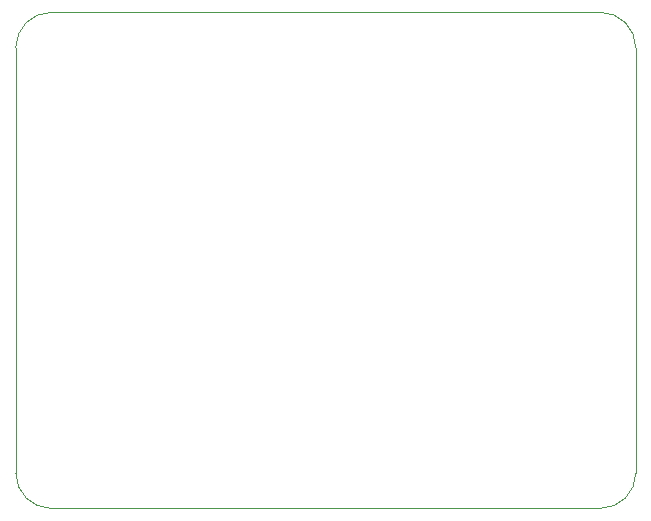
<source format=gm1>
G04 #@! TF.GenerationSoftware,KiCad,Pcbnew,8.0.8*
G04 #@! TF.CreationDate,2025-01-20T22:43:21+09:00*
G04 #@! TF.ProjectId,esp32_primary_board_v0.3.0,65737033-325f-4707-9269-6d6172795f62,rev?*
G04 #@! TF.SameCoordinates,Original*
G04 #@! TF.FileFunction,Profile,NP*
%FSLAX46Y46*%
G04 Gerber Fmt 4.6, Leading zero omitted, Abs format (unit mm)*
G04 Created by KiCad (PCBNEW 8.0.8) date 2025-01-20 22:43:21*
%MOMM*%
%LPD*%
G01*
G04 APERTURE LIST*
G04 #@! TA.AperFunction,Profile*
%ADD10C,0.038100*%
G04 #@! TD*
G04 APERTURE END LIST*
D10*
X167500000Y-139000000D02*
G75*
G02*
X164500000Y-142000000I-3000000J0D01*
G01*
X167500000Y-103000000D02*
X167500000Y-139000000D01*
X115000000Y-139000000D02*
X115000000Y-103000000D01*
X164500000Y-142000000D02*
X118000000Y-142000000D01*
X115000000Y-103000000D02*
G75*
G02*
X118000000Y-100000000I3000000J0D01*
G01*
X118000000Y-100000000D02*
X120000000Y-100000000D01*
X118000000Y-142000000D02*
G75*
G02*
X115000000Y-139000000I0J3000000D01*
G01*
X164500000Y-100000000D02*
G75*
G02*
X167500000Y-103000000I0J-3000000D01*
G01*
X120000000Y-100000000D02*
X164500000Y-100000000D01*
M02*

</source>
